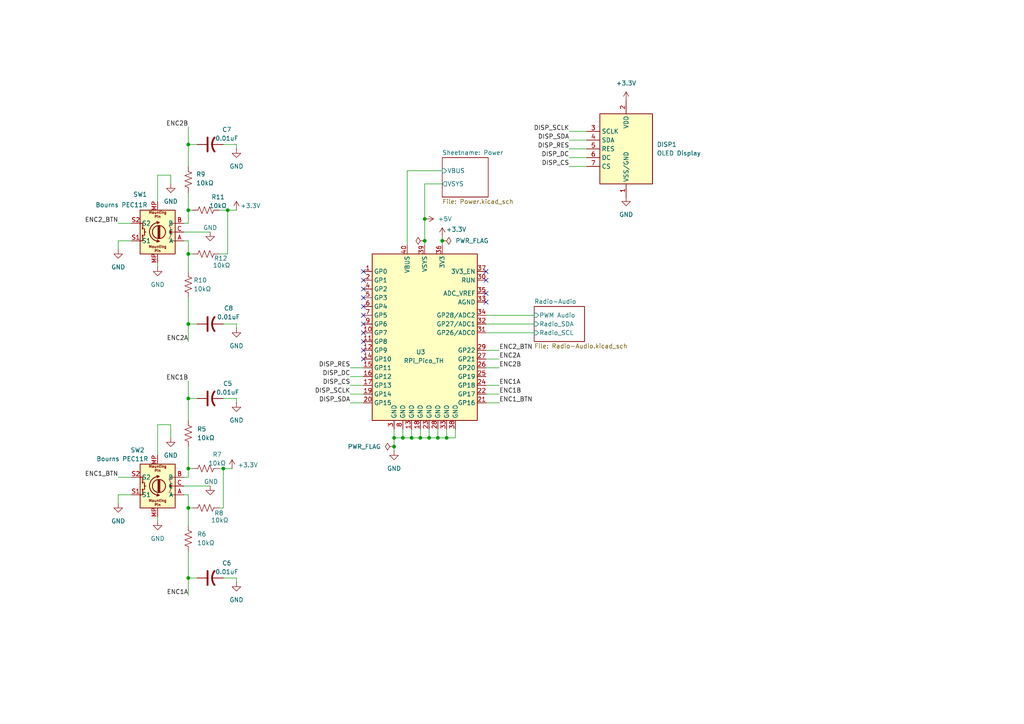
<source format=kicad_sch>
(kicad_sch (version 20250114) (generator "eeschema") (generator_version "9.0")
  (paper "A4")
  (lib_symbols
    (symbol "Bourns PEC11R_1"
      (property "Reference" "SW?" (at 7.62 7.62 0))
      (property "Value" "Bourns PEC11R" (at 7.62 5.08 0))
      (symbol "Bourns PEC11R_1_0_0"
        (text "Mounting\nPin" (at -4.8504 0.0079 900) (effects (font (size 0.762 0.762))))
        (text "Mounting\nPin" (at 5.08 0 900) (effects (font (size 0.762 0.762))))
      )
      (symbol "Bourns PEC11R_1_0_1"
        (rectangle (start -6.35 5.08) (end 6.35 -5.08) (stroke (width 0.254)) (fill (type background)))
        (polyline (pts (xy -2.921 0.254) (xy -2.667 -0.508) (xy -2.286 0.127)) (stroke (width 0.254)))
        (polyline (pts (xy -2.54 5.08) (xy -2.54 4.318) (xy -1.016 4.318)) (stroke (width 0.254)))
        (polyline (pts (xy -2.54 -5.08) (xy -2.54 -3.81) (xy -2.032 -3.81)))
        (polyline (pts (xy -1.778 -0.127) (xy 1.778 -0.127)) (stroke (width 0.254)))
        (circle (center -1.016 4.318) (radius 0.127) (stroke (width 0.254)))
        (polyline (pts (xy -1.016 3.81) (xy 1.016 3.81)) (stroke (width 0.254)))
        (polyline (pts (xy 0 3.81) (xy 0 3.429)) (stroke (width 0.254)))
        (circle (center 0 -0.381) (radius 1.905) (stroke (width 0.254)))
        (circle (center 0 -3.81) (radius 0.254) (fill (type outline)))
        (polyline (pts (xy 0 -4.318) (xy 0 -3.81) (xy -1.016 -3.81) (xy -2.032 -3.302)))
        (polyline (pts (xy 0 -5.08) (xy 0 -3.81) (xy 1.016 -3.81) (xy 2.032 -3.302)))
        (arc (start -2.667 -0.381) (mid 0.0635 2.3376) (end 2.794 -0.381) (stroke (width 0.254)))
        (circle (center 1.016 4.318) (radius 0.127) (stroke (width 0.254)))
        (polyline (pts (xy 1.778 -0.381) (xy -1.778 -0.381)) (stroke (width 0.254)))
        (polyline (pts (xy 1.778 -0.635) (xy -1.778 -0.635)) (stroke (width 0.254)))
        (polyline (pts (xy 2.54 5.08) (xy 2.54 4.318) (xy 1.016 4.318)) (stroke (width 0.254)))
        (polyline (pts (xy 2.54 -5.08) (xy 2.54 -3.81) (xy 2.032 -3.81)))
        (polyline (pts (xy 3.048 0.254) (xy 2.794 -0.508) (xy 2.413 0.127)) (stroke (width 0.254)))
      )
      (symbol "Bourns PEC11R_1_1_1"
        (pin passive line (at -8.89 0 0) (length 2.54) (name "") (number "MP"))
        (pin passive line (at -2.54 7.62 270) (length 2.54) (name "S1") (number "S1"))
        (pin passive line (at -2.54 -7.62 90) (length 2.54) (name "A") (number "A"))
        (pin passive line (at 0 -7.62 90) (length 2.54) (name "C") (number "C"))
        (pin passive line (at 2.54 7.62 270) (length 2.54) (name "S2") (number "S2"))
        (pin passive line (at 2.54 -7.62 90) (length 2.54) (name "B") (number "B"))
        (pin passive line (at 8.89 0 180) (length 2.54) (name "") (number "MP"))
      )
    )
    (symbol "Bourns PEC11R_2"
      (property "Reference" "SW?" (at 7.62 7.62 0))
      (property "Value" "Bourns PEC11R" (at 7.62 5.08 0))
      (symbol "Bourns PEC11R_2_0_0"
        (text "Mounting\nPin" (at -4.8504 0.0079 900) (effects (font (size 0.762 0.762))))
        (text "Mounting\nPin" (at 5.08 0 900) (effects (font (size 0.762 0.762))))
      )
      (symbol "Bourns PEC11R_2_0_1"
        (rectangle (start -6.35 5.08) (end 6.35 -5.08) (stroke (width 0.254)) (fill (type background)))
        (polyline (pts (xy -2.921 0.254) (xy -2.667 -0.508) (xy -2.286 0.127)) (stroke (width 0.254)))
        (polyline (pts (xy -2.54 5.08) (xy -2.54 4.318) (xy -1.016 4.318)) (stroke (width 0.254)))
        (polyline (pts (xy -2.54 -5.08) (xy -2.54 -3.81) (xy -2.032 -3.81)))
        (polyline (pts (xy -1.778 -0.127) (xy 1.778 -0.127)) (stroke (width 0.254)))
        (circle (center -1.016 4.318) (radius 0.127) (stroke (width 0.254)))
        (polyline (pts (xy -1.016 3.81) (xy 1.016 3.81)) (stroke (width 0.254)))
        (polyline (pts (xy 0 3.81) (xy 0 3.429)) (stroke (width 0.254)))
        (circle (center 0 -0.381) (radius 1.905) (stroke (width 0.254)))
        (circle (center 0 -3.81) (radius 0.254) (fill (type outline)))
        (polyline (pts (xy 0 -4.318) (xy 0 -3.81) (xy -1.016 -3.81) (xy -2.032 -3.302)))
        (polyline (pts (xy 0 -5.08) (xy 0 -3.81) (xy 1.016 -3.81) (xy 2.032 -3.302)))
        (arc (start -2.667 -0.381) (mid 0.0635 2.3376) (end 2.794 -0.381) (stroke (width 0.254)))
        (circle (center 1.016 4.318) (radius 0.127) (stroke (width 0.254)))
        (polyline (pts (xy 1.778 -0.381) (xy -1.778 -0.381)) (stroke (width 0.254)))
        (polyline (pts (xy 1.778 -0.635) (xy -1.778 -0.635)) (stroke (width 0.254)))
        (polyline (pts (xy 2.54 5.08) (xy 2.54 4.318) (xy 1.016 4.318)) (stroke (width 0.254)))
        (polyline (pts (xy 2.54 -5.08) (xy 2.54 -3.81) (xy 2.032 -3.81)))
        (polyline (pts (xy 3.048 0.254) (xy 2.794 -0.508) (xy 2.413 0.127)) (stroke (width 0.254)))
      )
      (symbol "Bourns PEC11R_2_1_1"
        (pin passive line (at -8.89 0 0) (length 2.54) (name "") (number "MP"))
        (pin passive line (at -2.54 7.62 270) (length 2.54) (name "S1") (number "S1"))
        (pin passive line (at -2.54 -7.62 90) (length 2.54) (name "A") (number "A"))
        (pin passive line (at 0 -7.62 90) (length 2.54) (name "C") (number "C"))
        (pin passive line (at 2.54 7.62 270) (length 2.54) (name "S2") (number "S2"))
        (pin passive line (at 2.54 -7.62 90) (length 2.54) (name "B") (number "B"))
        (pin passive line (at 8.89 0 180) (length 2.54) (name "") (number "MP"))
      )
    )
    (symbol "Device:C_US" (pin_numbers (hide yes)) (pin_names (offset 0.254) (hide yes))
      (property "Reference" "C" (at 0.635 2.54 0))
      (property "Value" "C_US" (at 0.635 -2.54 0))
      (symbol "C_US_0_1"
        (polyline (pts (xy -2.032 0.762) (xy 2.032 0.762)) (stroke (width 0.508)))
        (arc (start -2.032 -1.27) (mid 0 -0.5572) (end 2.032 -1.27) (stroke (width 0.508)))
      )
      (symbol "C_US_1_1"
        (pin passive line (at 0 3.81 270) (length 2.794) (name "~") (number "1"))
        (pin passive line (at 0 -3.81 90) (length 3.302) (name "~") (number "2"))
      )
    )
    (symbol "Device:R_US" (pin_numbers (hide yes)) (pin_names (offset 0))
      (property "Reference" "R" (at 2.54 0 90))
      (property "Value" "R_US" (at -2.54 0 90))
      (symbol "R_US_0_1"
        (polyline (pts (xy 0 2.286) (xy 0 2.54)))
        (polyline (pts (xy 0 2.286) (xy 1.016 1.905) (xy 0 1.524) (xy -1.016 1.143) (xy 0 0.762)))
        (polyline (pts (xy 0 0.762) (xy 1.016 0.381) (xy 0 0) (xy -1.016 -0.381) (xy 0 -0.762)))
        (polyline (pts (xy 0 -0.762) (xy 1.016 -1.143) (xy 0 -1.524) (xy -1.016 -1.905) (xy 0 -2.286)))
        (polyline (pts (xy 0 -2.286) (xy 0 -2.54)))
      )
      (symbol "R_US_1_1"
        (pin passive line (at 0 3.81 270) (length 1.27) (name "~") (number "1"))
        (pin passive line (at 0 -3.81 90) (length 1.27) (name "~") (number "2"))
      )
    )
    (symbol "ECE:OLED Display"
      (property "Reference" "DISP?" (at 8.89 -1.27 0))
      (property "Value" "OLED Display" (at 8.89 1.27 0))
      (symbol "OLED Display_1_1"
        (rectangle (start -7.62 10.16) (end 7.62 -10.16) (stroke (width 0.254)) (fill (type background)))
        (pin input line (at -11.43 5.08 0) (length 3.81) (name "SCLK") (number "3"))
        (pin output line (at -11.43 2.54 0) (length 3.81) (name "SDA") (number "4"))
        (pin input line (at -11.43 0 0) (length 3.81) (name "RES") (number "5"))
        (pin input line (at -11.43 -2.54 0) (length 3.81) (name "DC") (number "6"))
        (pin input line (at -11.43 -5.08 0) (length 3.81) (name "CS") (number "7"))
        (pin power_in line (at 0 13.97 270) (length 3.81) (name "VDD") (number "2"))
        (pin power_in line (at 0 -13.97 90) (length 3.81) (name "VSS/GND") (number "1"))
      )
    )
    (symbol "ECE:RPi_Pico_TH"
      (property "Reference" "U?" (at 0 1.27 0))
      (property "Value" "RPi_Pico_TH" (at 0 -1.27 0))
      (symbol "RPi_Pico_TH_0_1"
        (rectangle (start -15.24 24.13) (end 15.24 -24.13) (stroke (width 0.254)) (fill (type background)))
      )
      (symbol "RPi_Pico_TH_1_1"
        (pin bidirectional line (at -17.78 19.05 0) (length 2.54) (name "GP0") (number "1"))
        (pin bidirectional line (at -17.78 16.51 0) (length 2.54) (name "GP1") (number "2"))
        (pin bidirectional line (at -17.78 13.97 0) (length 2.54) (name "GP2") (number "4"))
        (pin bidirectional line (at -17.78 11.43 0) (length 2.54) (name "GP3") (number "5"))
        (pin bidirectional line (at -17.78 8.89 0) (length 2.54) (name "GP4") (number "6"))
        (pin bidirectional line (at -17.78 6.35 0) (length 2.54) (name "GP5") (number "7"))
        (pin bidirectional line (at -17.78 3.81 0) (length 2.54) (name "GP6") (number "9"))
        (pin bidirectional line (at -17.78 1.27 0) (length 2.54) (name "GP7") (number "10"))
        (pin bidirectional line (at -17.78 -1.27 0) (length 2.54) (name "GP8") (number "11"))
        (pin bidirectional line (at -17.78 -3.81 0) (length 2.54) (name "GP9") (number "12"))
        (pin bidirectional line (at -17.78 -6.35 0) (length 2.54) (name "GP10") (number "14"))
        (pin bidirectional line (at -17.78 -8.89 0) (length 2.54) (name "GP11") (number "15"))
        (pin bidirectional line (at -17.78 -11.43 0) (length 2.54) (name "GP12") (number "16"))
        (pin bidirectional line (at -17.78 -13.97 0) (length 2.54) (name "GP13") (number "17"))
        (pin bidirectional line (at -17.78 -16.51 0) (length 2.54) (name "GP14") (number "19"))
        (pin bidirectional line (at -17.78 -19.05 0) (length 2.54) (name "GP15") (number "20"))
        (pin power_in line (at -8.89 -26.67 90) (length 2.54) (name "GND") (number "3"))
        (pin power_in line (at -6.35 -26.67 90) (length 2.54) (name "GND") (number "8"))
        (pin power_in line (at -5.08 26.67 270) (length 2.54) (name "VBUS") (number "40"))
        (pin power_in line (at -3.81 -26.67 90) (length 2.54) (name "GND") (number "13"))
        (pin power_in line (at -1.27 -26.67 90) (length 2.54) (name "GND") (number "18"))
        (pin power_out line (at 0 26.67 270) (length 2.54) (name "VSYS") (number "39"))
        (pin power_in line (at 1.27 -26.67 90) (length 2.54) (name "GND") (number "23"))
        (pin power_in line (at 3.81 -26.67 90) (length 2.54) (name "GND") (number "28"))
        (pin power_out line (at 5.08 26.67 270) (length 2.54) (name "3V3") (number "36"))
        (pin power_in line (at 6.35 -26.67 90) (length 2.54) (name "GND") (number "33"))
        (pin power_in line (at 8.89 -26.67 90) (length 2.54) (name "GND") (number "38"))
        (pin input line (at 17.78 19.05 180) (length 2.54) (name "3V3_EN") (number "37"))
        (pin input line (at 17.78 16.51 180) (length 2.54) (name "RUN") (number "30"))
        (pin power_in line (at 17.78 12.7 180) (length 2.54) (name "ADC_VREF") (number "35"))
        (pin power_in line (at 17.78 10.16 180) (length 2.54) (name "AGND") (number "33"))
        (pin bidirectional line (at 17.78 6.35 180) (length 2.54) (name "GP28/ADC2") (number "34"))
        (pin bidirectional line (at 17.78 3.81 180) (length 2.54) (name "GP27/ADC1") (number "32"))
        (pin bidirectional line (at 17.78 1.27 180) (length 2.54) (name "GP26/ADC0") (number "31"))
        (pin bidirectional line (at 17.78 -3.81 180) (length 2.54) (name "GP22") (number "29"))
        (pin bidirectional line (at 17.78 -6.35 180) (length 2.54) (name "GP21") (number "27"))
        (pin bidirectional line (at 17.78 -8.89 180) (length 2.54) (name "GP20") (number "26"))
        (pin bidirectional line (at 17.78 -11.43 180) (length 2.54) (name "GP19") (number "25"))
        (pin bidirectional line (at 17.78 -13.97 180) (length 2.54) (name "GP18") (number "24"))
        (pin bidirectional line (at 17.78 -16.51 180) (length 2.54) (name "GP17") (number "22"))
        (pin bidirectional line (at 17.78 -19.05 180) (length 2.54) (name "GP16") (number "21"))
      )
    )
    (symbol "power:+3.3V" (power) (pin_numbers (hide yes)) (pin_names (offset 0) (hide yes))
      (property "Value" "+3.3V" (at 0 3.556 0))
      (symbol "+3.3V_0_1"
        (polyline (pts (xy -0.762 1.27) (xy 0 2.54)))
        (polyline (pts (xy 0 2.54) (xy 0.762 1.27)))
        (polyline (pts (xy 0 0) (xy 0 2.54)))
      )
      (symbol "+3.3V_1_1"
        (pin power_in line (at 0 0 90) (length 0) (name "~") (number "1"))
      )
    )
    (symbol "power:+5V" (power) (pin_numbers (hide yes)) (pin_names (offset 0) (hide yes))
      (property "Value" "+5V" (at 0 3.556 0))
      (symbol "+5V_0_1"
        (polyline (pts (xy -0.762 1.27) (xy 0 2.54)))
        (polyline (pts (xy 0 2.54) (xy 0.762 1.27)))
        (polyline (pts (xy 0 0) (xy 0 2.54)))
      )
      (symbol "+5V_1_1"
        (pin power_in line (at 0 0 90) (length 0) (name "~") (number "1"))
      )
    )
    (symbol "power:GND" (power) (pin_numbers (hide yes)) (pin_names (offset 0) (hide yes))
      (property "Value" "GND" (at 0 -3.81 0))
      (symbol "GND_0_1"
        (polyline (pts (xy 0 0) (xy 0 -1.27) (xy 1.27 -1.27) (xy 0 -2.54) (xy -1.27 -1.27) (xy 0 -1.27)))
      )
      (symbol "GND_1_1"
        (pin power_in line (at 0 0 270) (length 0) (name "~") (number "1"))
      )
    )
    (symbol "power:PWR_FLAG" (power) (pin_numbers (hide yes)) (pin_names (offset 0) (hide yes))
      (property "Value" "PWR_FLAG" (at 0 3.81 0))
      (symbol "PWR_FLAG_0_0"
        (pin power_out line (at 0 0 90) (length 0) (name "~") (number "1"))
      )
      (symbol "PWR_FLAG_0_1"
        (polyline (pts (xy 0 0) (xy 0 1.27) (xy -1.016 1.905) (xy 0 2.54) (xy 1.016 1.905) (xy 0 1.27)))
      )
    )
  )
  (junction (at 128.27 69.85))
  (junction (at 54.61 73.66))
  (junction (at 127 127))
  (junction (at 66.04 60.96))
  (junction (at 54.61 60.96))
  (junction (at 54.61 167.64))
  (junction (at 54.61 115.57))
  (junction (at 123.19 63.5))
  (junction (at 119.38 127))
  (junction (at 54.61 41.91))
  (junction (at 64.77 135.89))
  (junction (at 129.54 127))
  (junction (at 121.92 127))
  (junction (at 123.19 69.85))
  (junction (at 114.3 129.54))
  (junction (at 124.46 127))
  (junction (at 54.61 135.89))
  (junction (at 54.61 93.98))
  (junction (at 114.3 127))
  (junction (at 54.61 147.32))
  (junction (at 116.84 127))
  (no_connect (at 105.41 78.74))
  (no_connect (at 105.41 99.06))
  (no_connect (at 105.41 104.14))
  (no_connect (at 105.41 86.36))
  (no_connect (at 105.41 81.28))
  (no_connect (at 105.41 93.98))
  (no_connect (at 140.97 87.63))
  (no_connect (at 105.41 91.44))
  (no_connect (at 105.41 101.6))
  (no_connect (at 140.97 85.09))
  (no_connect (at 105.41 88.9))
  (no_connect (at 105.41 83.82))
  (no_connect (at 140.97 81.28))
  (no_connect (at 105.41 96.52))
  (no_connect (at 140.97 78.74))
  (wire (pts (xy 54.61 167.64) (xy 54.61 172.72)))
  (wire (pts (xy 165.1 45.72) (xy 170.18 45.72)))
  (wire (pts (xy 54.61 135.89) (xy 55.88 135.89)))
  (wire (pts (xy 54.61 48.26) (xy 54.61 41.91)))
  (wire (pts (xy 116.84 127) (xy 116.84 124.46)))
  (wire (pts (xy 114.3 127) (xy 116.84 127)))
  (wire (pts (xy 127 127) (xy 127 124.46)))
  (wire (pts (xy 116.84 127) (xy 119.38 127)))
  (wire (pts (xy 63.5 147.32) (xy 64.77 147.32)))
  (wire (pts (xy 140.97 93.98) (xy 154.94 93.98)))
  (wire (pts (xy 54.61 121.92) (xy 54.61 115.57)))
  (wire (pts (xy 144.78 114.3) (xy 140.97 114.3)))
  (wire (pts (xy 140.97 116.84) (xy 144.78 116.84)))
  (wire (pts (xy 54.61 93.98) (xy 57.15 93.98)))
  (wire (pts (xy 64.77 135.89) (xy 64.77 147.32)))
  (wire (pts (xy 165.1 40.64) (xy 170.18 40.64)))
  (wire (pts (xy 165.1 38.1) (xy 170.18 38.1)))
  (wire (pts (xy 123.19 53.34) (xy 128.27 53.34)))
  (wire (pts (xy 45.72 50.8) (xy 45.72 58.42)))
  (wire (pts (xy 123.19 53.34) (xy 123.19 63.5)))
  (wire (pts (xy 54.61 60.96) (xy 54.61 64.77)))
  (wire (pts (xy 54.61 147.32) (xy 54.61 152.4)))
  (wire (pts (xy 54.61 115.57) (xy 57.15 115.57)))
  (wire (pts (xy 144.78 104.14) (xy 140.97 104.14)))
  (wire (pts (xy 54.61 160.02) (xy 54.61 167.64)))
  (wire (pts (xy 101.6 116.84) (xy 105.41 116.84)))
  (wire (pts (xy 38.1 69.85) (xy 34.29 69.85)))
  (wire (pts (xy 68.58 93.98) (xy 68.58 95.25)))
  (wire (pts (xy 123.19 63.5) (xy 123.19 69.85)))
  (wire (pts (xy 101.6 111.76) (xy 105.41 111.76)))
  (wire (pts (xy 54.61 60.96) (xy 55.88 60.96)))
  (wire (pts (xy 144.78 106.68) (xy 140.97 106.68)))
  (wire (pts (xy 66.04 60.96) (xy 66.04 73.66)))
  (wire (pts (xy 121.92 127) (xy 121.92 124.46)))
  (wire (pts (xy 64.77 41.91) (xy 68.58 41.91)))
  (wire (pts (xy 54.61 129.54) (xy 54.61 135.89)))
  (wire (pts (xy 144.78 111.76) (xy 140.97 111.76)))
  (wire (pts (xy 49.53 53.34) (xy 49.53 50.8)))
  (wire (pts (xy 54.61 36.83) (xy 54.61 41.91)))
  (wire (pts (xy 123.19 69.85) (xy 123.19 71.12)))
  (wire (pts (xy 118.11 49.53) (xy 128.27 49.53)))
  (wire (pts (xy 101.6 109.22) (xy 105.41 109.22)))
  (wire (pts (xy 114.3 124.46) (xy 114.3 127)))
  (wire (pts (xy 121.92 127) (xy 124.46 127)))
  (wire (pts (xy 68.58 115.57) (xy 68.58 116.84)))
  (wire (pts (xy 63.5 135.89) (xy 64.77 135.89)))
  (wire (pts (xy 67.31 135.89) (xy 64.77 135.89)))
  (wire (pts (xy 45.72 149.86) (xy 45.72 151.13)))
  (wire (pts (xy 118.11 49.53) (xy 118.11 71.12)))
  (wire (pts (xy 64.77 93.98) (xy 68.58 93.98)))
  (wire (pts (xy 53.34 138.43) (xy 54.61 138.43)))
  (wire (pts (xy 101.6 106.68) (xy 105.41 106.68)))
  (wire (pts (xy 68.58 41.91) (xy 68.58 43.18)))
  (wire (pts (xy 45.72 123.19) (xy 45.72 132.08)))
  (wire (pts (xy 54.61 73.66) (xy 54.61 78.74)))
  (wire (pts (xy 53.34 67.31) (xy 60.96 67.31)))
  (wire (pts (xy 54.61 41.91) (xy 57.15 41.91)))
  (wire (pts (xy 53.34 143.51) (xy 54.61 143.51)))
  (wire (pts (xy 54.61 73.66) (xy 55.88 73.66)))
  (wire (pts (xy 53.34 64.77) (xy 54.61 64.77)))
  (wire (pts (xy 54.61 167.64) (xy 57.15 167.64)))
  (wire (pts (xy 34.29 138.43) (xy 38.1 138.43)))
  (wire (pts (xy 68.58 167.64) (xy 68.58 168.91)))
  (wire (pts (xy 49.53 123.19) (xy 45.72 123.19)))
  (wire (pts (xy 45.72 76.2) (xy 45.72 77.47)))
  (wire (pts (xy 101.6 114.3) (xy 105.41 114.3)))
  (wire (pts (xy 34.29 64.77) (xy 38.1 64.77)))
  (wire (pts (xy 64.77 115.57) (xy 68.58 115.57)))
  (wire (pts (xy 114.3 129.54) (xy 114.3 130.81)))
  (wire (pts (xy 53.34 69.85) (xy 54.61 69.85)))
  (wire (pts (xy 140.97 96.52) (xy 154.94 96.52)))
  (wire (pts (xy 49.53 50.8) (xy 45.72 50.8)))
  (wire (pts (xy 63.5 60.96) (xy 66.04 60.96)))
  (wire (pts (xy 54.61 135.89) (xy 54.61 138.43)))
  (wire (pts (xy 119.38 127) (xy 121.92 127)))
  (wire (pts (xy 68.58 60.96) (xy 66.04 60.96)))
  (wire (pts (xy 128.27 69.85) (xy 128.27 71.12)))
  (wire (pts (xy 54.61 143.51) (xy 54.61 147.32)))
  (wire (pts (xy 128.27 68.58) (xy 128.27 69.85)))
  (wire (pts (xy 129.54 127) (xy 129.54 124.46)))
  (wire (pts (xy 124.46 127) (xy 124.46 124.46)))
  (wire (pts (xy 127 127) (xy 129.54 127)))
  (wire (pts (xy 124.46 127) (xy 127 127)))
  (wire (pts (xy 63.5 73.66) (xy 66.04 73.66)))
  (wire (pts (xy 38.1 143.51) (xy 34.29 143.51)))
  (wire (pts (xy 165.1 43.18) (xy 170.18 43.18)))
  (wire (pts (xy 64.77 167.64) (xy 68.58 167.64)))
  (wire (pts (xy 54.61 93.98) (xy 54.61 99.06)))
  (wire (pts (xy 129.54 127) (xy 132.08 127)))
  (wire (pts (xy 165.1 48.26) (xy 170.18 48.26)))
  (wire (pts (xy 132.08 127) (xy 132.08 124.46)))
  (wire (pts (xy 53.34 140.97) (xy 60.96 140.97)))
  (wire (pts (xy 140.97 101.6) (xy 144.78 101.6)))
  (wire (pts (xy 119.38 127) (xy 119.38 124.46)))
  (wire (pts (xy 49.53 127) (xy 49.53 123.19)))
  (wire (pts (xy 114.3 127) (xy 114.3 129.54)))
  (wire (pts (xy 54.61 110.49) (xy 54.61 115.57)))
  (wire (pts (xy 54.61 55.88) (xy 54.61 60.96)))
  (wire (pts (xy 34.29 69.85) (xy 34.29 72.39)))
  (wire (pts (xy 54.61 147.32) (xy 55.88 147.32)))
  (wire (pts (xy 54.61 86.36) (xy 54.61 93.98)))
  (wire (pts (xy 34.29 143.51) (xy 34.29 146.05)))
  (wire (pts (xy 140.97 91.44) (xy 154.94 91.44)))
  (wire (pts (xy 54.61 69.85) (xy 54.61 73.66)))
  (label "ENC1B" (at 144.78 114.3 0))
  (label "DISP_SCLK" (at 165.1 38.1 180))
  (label "DISP_DC" (at 165.1 45.72 180))
  (label "DISP_SDA" (at 101.6 116.84 180))
  (label "ENC1_BTN" (at 144.78 116.84 0))
  (label "ENC2_BTN" (at 144.78 101.6 0))
  (label "ENC1_BTN" (at 34.29 138.43 180))
  (label "ENC2_BTN" (at 34.29 64.77 180))
  (label "ENC2A" (at 144.78 104.14 0))
  (label "DISP_CS" (at 165.1 48.26 180))
  (label "ENC2B" (at 54.61 36.83 180))
  (label "ENC1B" (at 54.61 110.49 180))
  (label "DISP_SDA" (at 165.1 40.64 180))
  (label "ENC1A" (at 144.78 111.76 0))
  (label "ENC1A" (at 54.61 172.72 180))
  (label "DISP_RES" (at 165.1 43.18 180))
  (label "ENC2B" (at 144.78 106.68 0))
  (label "DISP_RES" (at 101.6 106.68 180))
  (label "DISP_DC" (at 101.6 109.22 180))
  (label "DISP_SCLK" (at 101.6 114.3 180))
  (label "DISP_CS" (at 101.6 111.76 180))
  (label "ENC2A" (at 54.61 99.06 180))
  (symbol (lib_id "power:PWR_FLAG") (at 128.27 69.85 270) (unit 1)
    (property "Reference" "#FLG03" (effects (hide yes)))
    (property "Value" "PWR_FLAG" (at 132.08 69.8499 90) (effects (justify left)))
    (property "Description" "Special symbol for telling ERC where power comes from" (effects (hide yes)))
  )
  (symbol (lib_id "Device:R_US") (at 54.61 52.07 180) (unit 1)
    (property "Reference" "R9" (at 56.896 50.546 0) (effects (justify right)))
    (property "Value" "10kΩ" (at 56.896 53.086 0) (effects (justify right)))
    (property "Footprint" "Resistor_SMD:R_1206_3216Metric" (effects (hide yes)))
    (property "Description" "Resistor, US symbol" (effects (hide yes)))
  )
  (symbol (lib_id "power:GND") (at 34.29 72.39 0) (unit 1)
    (property "Reference" "#PWR033" (effects (hide yes)))
    (property "Value" "GND" (at 34.29 77.47 0))
    (property "Description" "Power symbol creates a global label with name \"GND\" , ground" (effects (hide yes)))
  )
  (symbol (lib_id "power:GND") (at 68.58 43.18 0) (unit 1)
    (property "Reference" "#PWR019" (effects (hide yes)))
    (property "Value" "GND" (at 68.58 48.26 0))
    (property "Description" "Power symbol creates a global label with name \"GND\" , ground" (effects (hide yes)))
  )
  (symbol (lib_id "power:GND") (at 60.96 140.97 0) (unit 1)
    (property "Reference" "#PWR016" (effects (hide yes)))
    (property "Value" "GND" (at 61.214 139.7 0))
    (property "Description" "Power symbol creates a global label with name \"GND\" , ground" (effects (hide yes)))
  )
  (symbol (lib_id "power:GND") (at 181.61 57.15 0) (unit 1)
    (property "Reference" "#PWR022" (effects (hide yes)))
    (property "Value" "GND" (at 181.61 62.23 0))
    (property "Description" "Power symbol creates a global label with name \"GND\" , ground" (effects (hide yes)))
  )
  (symbol (lib_id "power:+5V") (at 123.19 63.5 270) (unit 1)
    (property "Reference" "#PWR027" (effects (hide yes)))
    (property "Value" "+5V" (at 127 63.4999 90) (effects (justify left)))
    (property "Description" "Power symbol creates a global label with name \"+5V\"" (effects (hide yes)))
  )
  (symbol (lib_id "ECE:OLED Display") (at 181.61 43.18 0) (unit 1)
    (property "Reference" "DISP1" (at 190.5 41.9099 0) (effects (justify left)))
    (property "Value" "OLED Display" (at 190.5 44.4499 0) (effects (justify left)))
    (property "Footprint" "Connector_PinHeader_2.00mm:PinHeader_1x07_P2.00mm_Vertical" (effects (hide yes)))
  )
  (symbol (lib_id "Device:R_US") (at 59.69 135.89 90) (unit 1)
    (property "Reference" "R7" (at 62.992 131.826 90))
    (property "Value" "10kΩ" (at 62.992 134.366 90))
    (property "Footprint" "Resistor_SMD:R_1206_3216Metric" (effects (hide yes)))
    (property "Description" "Resistor, US symbol" (effects (hide yes)))
  )
  (symbol (lib_id "power:+3.3V") (at 128.27 68.58 0) (unit 1)
    (property "Reference" "#PWR02" (effects (hide yes)))
    (property "Value" "+3.3V" (at 132.334 66.548 0))
    (property "Description" "Power symbol creates a global label with name \"+3.3V\"" (effects (hide yes)))
  )
  (symbol (lib_id "Device:C_US") (at 60.96 41.91 90) (unit 1)
    (property "Reference" "C7" (at 65.786 37.592 90))
    (property "Value" "0.01uF" (at 65.786 40.132 90))
    (property "Footprint" "Capacitor_SMD:C_1206_3216Metric" (effects (hide yes)))
    (property "Description" "capacitor, US symbol" (effects (hide yes)))
  )
  (symbol (lib_id "power:GND") (at 45.72 77.47 0) (unit 1)
    (property "Reference" "#PWR031" (effects (hide yes)))
    (property "Value" "GND" (at 45.72 82.55 0))
    (property "Description" "Power symbol creates a global label with name \"GND\" , ground" (effects (hide yes)))
  )
  (symbol (lib_id "Device:R_US") (at 59.69 147.32 90) (unit 1)
    (property "Reference" "R8" (at 63.5 148.844 90))
    (property "Value" "10kΩ" (at 63.754 150.876 90))
    (property "Footprint" "Resistor_SMD:R_1206_3216Metric" (effects (hide yes)))
    (property "Description" "Resistor, US symbol" (effects (hide yes)))
  )
  (symbol (lib_id "power:GND") (at 49.53 53.34 0) (unit 1)
    (property "Reference" "#PWR032" (effects (hide yes)))
    (property "Value" "GND" (at 49.53 58.42 0))
    (property "Description" "Power symbol creates a global label with name \"GND\" , ground" (effects (hide yes)))
  )
  (symbol (lib_id "power:+3.3V") (at 67.31 135.89 0) (unit 1)
    (property "Reference" "#PWR014" (effects (hide yes)))
    (property "Value" "+3.3V" (at 71.882 134.874 0))
    (property "Description" "Power symbol creates a global label with name \"+3.3V\"" (effects (hide yes)))
  )
  (symbol (lib_id "power:GND") (at 60.96 67.31 0) (unit 1)
    (property "Reference" "#PWR020" (effects (hide yes)))
    (property "Value" "GND" (at 60.96 66.04 0))
    (property "Description" "Power symbol creates a global label with name \"GND\" , ground" (effects (hide yes)))
  )
  (symbol (lib_id "power:GND") (at 68.58 95.25 0) (unit 1)
    (property "Reference" "#PWR021" (effects (hide yes)))
    (property "Value" "GND" (at 68.58 100.33 0))
    (property "Description" "Power symbol creates a global label with name \"GND\" , ground" (effects (hide yes)))
  )
  (symbol (lib_id "ECE:RPi_Pico_TH") (at 123.19 97.79 0) (unit 1)
    (property "Reference" "U3" (at 120.65 102.108 0) (effects (justify left)))
    (property "Value" "RPi_Pico_TH" (at 117.094 104.648 0) (effects (justify left)))
    (property "Footprint" "ECE:RPi_Pico_TH" (effects (hide yes)))
    (property "Description" "Raspberry Pi Pico" (effects (hide yes)))
  )
  (symbol (lib_id "Device:R_US") (at 59.69 60.96 90) (unit 1)
    (property "Reference" "R11" (at 63.246 57.15 90))
    (property "Value" "10kΩ" (at 63.246 59.69 90))
    (property "Footprint" "Resistor_SMD:R_1206_3216Metric" (effects (hide yes)))
    (property "Description" "Resistor, US symbol" (effects (hide yes)))
  )
  (symbol (lib_id "power:GND") (at 49.53 127 0) (unit 1)
    (property "Reference" "#PWR029" (effects (hide yes)))
    (property "Value" "GND" (at 49.53 132.08 0))
    (property "Description" "Power symbol creates a global label with name \"GND\" , ground" (effects (hide yes)))
  )
  (symbol (lib_id "Device:R_US") (at 54.61 82.55 180) (unit 1)
    (property "Reference" "R10" (at 56.134 81.28 0) (effects (justify right)))
    (property "Value" "10kΩ" (at 56.134 83.82 0) (effects (justify right)))
    (property "Footprint" "Resistor_SMD:R_1206_3216Metric" (effects (hide yes)))
    (property "Description" "Resistor, US symbol" (effects (hide yes)))
  )
  (symbol (lib_id "power:+3.3V") (at 181.61 29.21 0) (unit 1)
    (property "Reference" "#PWR023" (effects (hide yes)))
    (property "Value" "+3.3V" (at 181.61 24.13 0))
    (property "Description" "Power symbol creates a global label with name \"+3.3V\"" (effects (hide yes)))
  )
  (symbol (lib_name "Bourns PEC11R_1") (lib_id "ECE:Bourns PEC11R") (at 45.72 140.97 90) (unit 1)
    (property "Reference" "SW2" (at 37.846 130.556 90) (effects (justify right)))
    (property "Value" "Bourns PEC11R" (at 27.94 133.096 90) (effects (justify right)))
    (property "Footprint" "Rotary_Encoder:RotaryEncoder_Alps_EC12E-Switch_Vertical_H20mm" (effects (hide yes)))
  )
  (symbol (lib_id "Device:C_US") (at 60.96 167.64 90) (unit 1)
    (property "Reference" "C6" (at 65.786 163.322 90))
    (property "Value" "0.01uF" (at 65.786 165.862 90))
    (property "Footprint" "Capacitor_SMD:C_1206_3216Metric" (effects (hide yes)))
    (property "Description" "capacitor, US symbol" (effects (hide yes)))
  )
  (symbol (lib_id "power:GND") (at 68.58 168.91 0) (unit 1)
    (property "Reference" "#PWR017" (effects (hide yes)))
    (property "Value" "GND" (at 68.58 173.99 0))
    (property "Description" "Power symbol creates a global label with name \"GND\" , ground" (effects (hide yes)))
  )
  (symbol (lib_id "power:GND") (at 45.72 151.13 0) (unit 1)
    (property "Reference" "#PWR030" (effects (hide yes)))
    (property "Value" "GND" (at 45.72 156.21 0))
    (property "Description" "Power symbol creates a global label with name \"GND\" , ground" (effects (hide yes)))
  )
  (symbol (lib_id "power:PWR_FLAG") (at 123.19 69.85 90) (unit 1)
    (property "Reference" "#FLG01" (effects (hide yes)))
    (property "Value" "PWR_FLAG" (effects (hide yes)))
    (property "Description" "Special symbol for telling ERC where power comes from" (effects (hide yes)))
  )
  (symbol (lib_name "Bourns PEC11R_2") (lib_id "ECE:Bourns PEC11R") (at 45.72 67.31 90) (unit 1)
    (property "Reference" "SW1" (at 38.608 56.388 90) (effects (justify right)))
    (property "Value" "Bourns PEC11R" (at 27.686 59.436 90) (effects (justify right)))
    (property "Footprint" "Rotary_Encoder:RotaryEncoder_Alps_EC12E-Switch_Vertical_H20mm" (effects (hide yes)))
  )
  (symbol (lib_id "Device:C_US") (at 60.96 93.98 90) (unit 1)
    (property "Reference" "C8" (at 66.294 89.408 90))
    (property "Value" "0.01uF" (at 66.294 91.948 90))
    (property "Footprint" "Capacitor_SMD:C_1206_3216Metric" (effects (hide yes)))
    (property "Description" "capacitor, US symbol" (effects (hide yes)))
  )
  (symbol (lib_id "Device:R_US") (at 59.69 73.66 90) (unit 1)
    (property "Reference" "R12" (at 64.008 74.93 90))
    (property "Value" "10kΩ" (at 64.262 76.962 90))
    (property "Footprint" "Resistor_SMD:R_1206_3216Metric" (effects (hide yes)))
    (property "Description" "Resistor, US symbol" (effects (hide yes)))
  )
  (symbol (lib_id "Device:R_US") (at 54.61 125.73 180) (unit 1)
    (property "Reference" "R5" (at 57.15 124.4599 0) (effects (justify right)))
    (property "Value" "10kΩ" (at 57.15 126.9999 0) (effects (justify right)))
    (property "Footprint" "Resistor_SMD:R_1206_3216Metric" (effects (hide yes)))
    (property "Description" "Resistor, US symbol" (effects (hide yes)))
  )
  (symbol (lib_id "power:GND") (at 34.29 146.05 0) (unit 1)
    (property "Reference" "#PWR034" (effects (hide yes)))
    (property "Value" "GND" (at 34.29 151.13 0))
    (property "Description" "Power symbol creates a global label with name \"GND\" , ground" (effects (hide yes)))
  )
  (symbol (lib_id "power:GND") (at 68.58 116.84 0) (unit 1)
    (property "Reference" "#PWR015" (effects (hide yes)))
    (property "Value" "GND" (at 68.58 121.92 0))
    (property "Description" "Power symbol creates a global label with name \"GND\" , ground" (effects (hide yes)))
  )
  (symbol (lib_id "Device:C_US") (at 60.96 115.57 90) (unit 1)
    (property "Reference" "C5" (at 66.04 111.252 90))
    (property "Value" "0.01uF" (at 66.04 113.792 90))
    (property "Footprint" "Capacitor_SMD:C_1206_3216Metric" (effects (hide yes)))
    (property "Description" "capacitor, US symbol" (effects (hide yes)))
  )
  (symbol (lib_id "power:GND") (at 114.3 130.81 0) (unit 1)
    (property "Reference" "#PWR01" (effects (hide yes)))
    (property "Value" "GND" (at 114.3 135.89 0))
    (property "Description" "Power symbol creates a global label with name \"GND\" , ground" (effects (hide yes)))
  )
  (symbol (lib_id "power:+3.3V") (at 68.58 60.96 0) (unit 1)
    (property "Reference" "#PWR018" (effects (hide yes)))
    (property "Value" "+3.3V" (at 72.644 59.69 0))
    (property "Description" "Power symbol creates a global label with name \"+3.3V\"" (effects (hide yes)))
  )
  (symbol (lib_id "Device:R_US") (at 54.61 156.21 180) (unit 1)
    (property "Reference" "R6" (at 57.15 154.9399 0) (effects (justify right)))
    (property "Value" "10kΩ" (at 57.15 157.4799 0) (effects (justify right)))
    (property "Footprint" "Resistor_SMD:R_1206_3216Metric" (effects (hide yes)))
    (property "Description" "Resistor, US symbol" (effects (hide yes)))
  )
  (symbol (lib_id "power:PWR_FLAG") (at 114.3 129.54 90) (unit 1)
    (property "Reference" "#FLG02" (effects (hide yes)))
    (property "Value" "PWR_FLAG" (at 110.49 129.5399 90) (effects (justify left)))
    (property "Description" "Special symbol for telling ERC where power comes from" (effects (hide yes)))
  )
  (sheet (at 154.94 88.9) (size 14.605 10.16) (stroke (width 0.1524))
    (property "Sheetname" "Radio-Audio" (at 154.94 88.1884 0) (effects (justify left bottom)))
    (property "Sheetfile" "Radio-Audio.kicad_sch" (at 154.94 99.6446 0) (effects (justify left top)))
    (pin "Radio_SDA" input (at 154.94 93.98 180))
    (pin "Radio_SCL" input (at 154.94 96.52 180))
    (pin "PWM Audio" input (at 154.94 91.44 180))
  )
  (sheet (at 128.27 45.72) (size 13.335 11.43) (stroke (width 0.1524))
    (property "Sheetname" "Power" (at 128.27 45.0084 0) (show_name yes) (effects (justify left bottom)))
    (property "Sheetfile" "Power.kicad_sch" (at 128.27 57.7346 0) (effects (justify left top)))
    (pin "VBUS" input (at 128.27 49.53 180))
    (pin "VSYS" output (at 128.27 53.34 180))
  )
)
</source>
